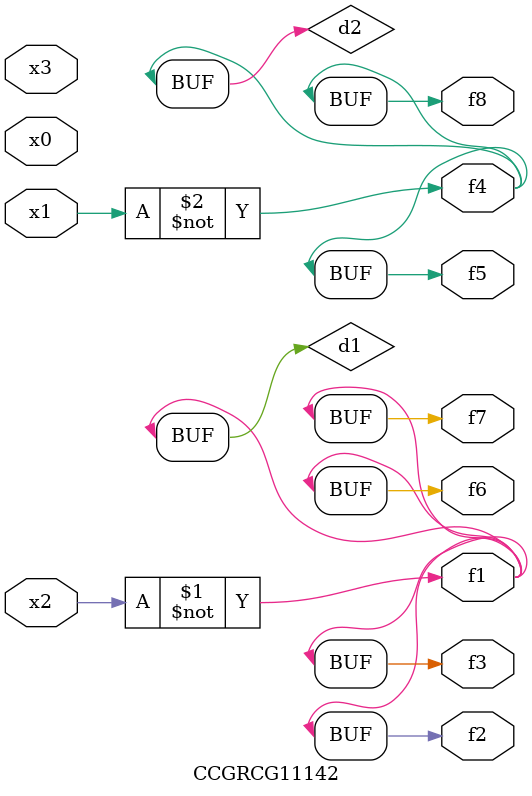
<source format=v>
module CCGRCG11142(
	input x0, x1, x2, x3,
	output f1, f2, f3, f4, f5, f6, f7, f8
);

	wire d1, d2;

	xnor (d1, x2);
	not (d2, x1);
	assign f1 = d1;
	assign f2 = d1;
	assign f3 = d1;
	assign f4 = d2;
	assign f5 = d2;
	assign f6 = d1;
	assign f7 = d1;
	assign f8 = d2;
endmodule

</source>
